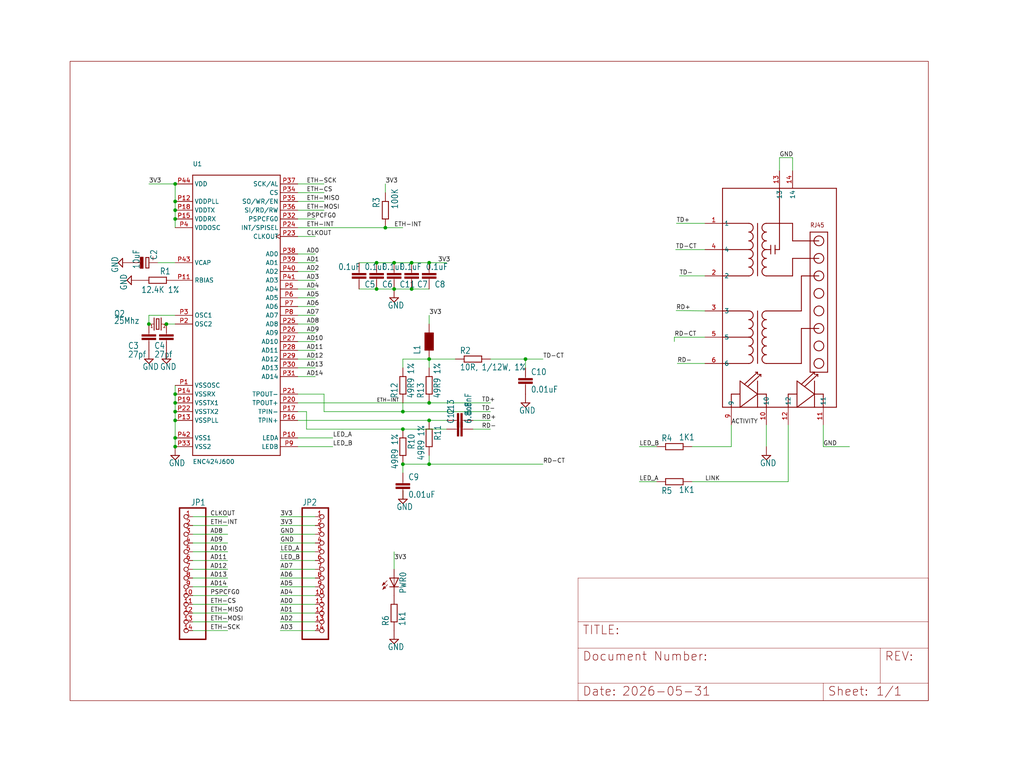
<source format=kicad_sch>
(kicad_sch (version 20230121) (generator eeschema)
  (paper "User" 297.002 223.571)
  (lib_symbols
    (symbol "working-eagle-import:C-EUC0603"
      (property "Reference" "C" (at 1.524 0.381 0))
      (symbol "C-EUC0603_1_0"
        (rectangle (start -2.032 -2.032) (end 2.032 -1.524) (fill (type outline)))
        (rectangle (start -2.032 -1.016) (end 2.032 -0.508) (fill (type outline)))
        (polyline (pts (xy 0 -2.54) (xy 0 -2.032)) (stroke (width 0.1524)))
        (polyline (pts (xy 0 0) (xy 0 -0.508)) (stroke (width 0.1524)))
        (pin passive line (at 0 2.54 270) (length 2.54) (name "1") (number "1"))
        (pin passive line (at 0 -5.08 90) (length 2.54) (name "2") (number "2"))
      )
    )
    (symbol "working-eagle-import:CPOL-EUSMCA"
      (property "Reference" "C" (at 1.143 0.4826 0))
      (symbol "CPOL-EUSMCA_1_0"
        (rectangle (start -1.651 -2.54) (end 1.651 -1.651) (fill (type outline)))
        (polyline (pts (xy -1.524 -0.889) (xy 1.524 -0.889)) (stroke (width 0.254)))
        (polyline (pts (xy -1.524 0) (xy -1.524 -0.889)) (stroke (width 0.254)))
        (polyline (pts (xy -1.524 0) (xy 1.524 0)) (stroke (width 0.254)))
        (polyline (pts (xy 1.524 -0.889) (xy 1.524 0)) (stroke (width 0.254)))
        (text "+" (at -0.5842 0.4064 900) (effects (font (size 1.27 1.0795)) (justify left bottom)))
        (pin passive line (at 0 2.54 270) (length 2.54) (name "+") (number "+"))
        (pin passive line (at 0 -5.08 90) (length 2.54) (name "-") (number "-"))
      )
    )
    (symbol "working-eagle-import:CRYSTALHC49UP"
      (property "Reference" "Q" (at 2.54 1.016 0))
      (symbol "CRYSTALHC49UP_1_0"
        (polyline (pts (xy -2.54 0) (xy -1.016 0)) (stroke (width 0.1524)))
        (polyline (pts (xy -1.016 1.778) (xy -1.016 -1.778)) (stroke (width 0.254)))
        (polyline (pts (xy -0.381 -1.524) (xy 0.381 -1.524)) (stroke (width 0.254)))
        (polyline (pts (xy -0.381 1.524) (xy -0.381 -1.524)) (stroke (width 0.254)))
        (polyline (pts (xy 0.381 -1.524) (xy 0.381 1.524)) (stroke (width 0.254)))
        (polyline (pts (xy 0.381 1.524) (xy -0.381 1.524)) (stroke (width 0.254)))
        (polyline (pts (xy 1.016 0) (xy 2.54 0)) (stroke (width 0.1524)))
        (polyline (pts (xy 1.016 1.778) (xy 1.016 -1.778)) (stroke (width 0.254)))
        (text "1" (at -2.159 -1.143 0) (effects (font (size 0.8636 0.734)) (justify left bottom)))
        (text "2" (at 1.524 -1.143 0) (effects (font (size 0.8636 0.734)) (justify left bottom)))
        (pin passive line (at -2.54 0 0) (length 0) (name "1") (number "1"))
        (pin passive line (at 2.54 0 180) (length 0) (name "2") (number "2"))
      )
    )
    (symbol "working-eagle-import:ENC424J600"
      (property "Reference" "U" (at -12.7 45.72 0))
      (symbol "ENC424J600_1_0"
        (polyline (pts (xy -12.7 -38.1) (xy -12.7 43.18)) (stroke (width 0.254)))
        (polyline (pts (xy -12.7 43.18) (xy 12.7 43.18)) (stroke (width 0.254)))
        (polyline (pts (xy 12.7 -38.1) (xy -12.7 -38.1)) (stroke (width 0.254)))
        (polyline (pts (xy 12.7 43.18) (xy 12.7 -38.1)) (stroke (width 0.254)))
        (pin input line (at -17.78 -17.78 0) (length 5.08) (name "VSSOSC") (number "P1"))
        (pin output line (at 17.78 -33.02 180) (length 5.08) (name "LEDA") (number "P10"))
        (pin input line (at -17.78 12.7 0) (length 5.08) (name "RBIAS") (number "P11"))
        (pin input line (at -17.78 35.56 0) (length 5.08) (name "VDDPLL") (number "P12"))
        (pin input line (at -17.78 -27.94 0) (length 5.08) (name "VSSPLL") (number "P13"))
        (pin input line (at -17.78 -20.32 0) (length 5.08) (name "VSSRX") (number "P14"))
        (pin input line (at -17.78 30.48 0) (length 5.08) (name "VDDRX") (number "P15"))
        (pin input line (at 17.78 -27.94 180) (length 5.08) (name "TPIN+") (number "P16"))
        (pin input line (at 17.78 -25.4 180) (length 5.08) (name "TPIN-") (number "P17"))
        (pin input line (at -17.78 33.02 0) (length 5.08) (name "VDDTX") (number "P18"))
        (pin input line (at -17.78 -22.86 0) (length 5.08) (name "VSSTX1") (number "P19"))
        (pin output line (at -17.78 0 0) (length 5.08) (name "OSC2") (number "P2"))
        (pin output line (at 17.78 -22.86 180) (length 5.08) (name "TPOUT+") (number "P20"))
        (pin output line (at 17.78 -20.32 180) (length 5.08) (name "TPOUT-") (number "P21"))
        (pin input line (at -17.78 -25.4 0) (length 5.08) (name "VSSTX2") (number "P22"))
        (pin output clock (at 17.78 25.4 180) (length 5.08) (name "CLKOUT") (number "P23"))
        (pin bidirectional line (at 17.78 27.94 180) (length 5.08) (name "INT/SPISEL") (number "P24"))
        (pin bidirectional line (at 17.78 0 180) (length 5.08) (name "AD8") (number "P25"))
        (pin bidirectional line (at 17.78 -2.54 180) (length 5.08) (name "AD9") (number "P26"))
        (pin bidirectional line (at 17.78 -5.08 180) (length 5.08) (name "AD10") (number "P27"))
        (pin bidirectional line (at 17.78 -7.62 180) (length 5.08) (name "AD11") (number "P28"))
        (pin bidirectional line (at 17.78 -10.16 180) (length 5.08) (name "AD12") (number "P29"))
        (pin input line (at -17.78 2.54 0) (length 5.08) (name "OSC1") (number "P3"))
        (pin bidirectional line (at 17.78 -12.7 180) (length 5.08) (name "AD13") (number "P30"))
        (pin bidirectional line (at 17.78 -15.24 180) (length 5.08) (name "AD14") (number "P31"))
        (pin input line (at 17.78 30.48 180) (length 5.08) (name "PSPCFG0") (number "P32"))
        (pin input line (at -17.78 -35.56 0) (length 5.08) (name "VSS2") (number "P33"))
        (pin input line (at 17.78 38.1 180) (length 5.08) (name "CS") (number "P34"))
        (pin bidirectional line (at 17.78 35.56 180) (length 5.08) (name "SO/WR/EN") (number "P35"))
        (pin input line (at 17.78 33.02 180) (length 5.08) (name "SI/RD/RW") (number "P36"))
        (pin input line (at 17.78 40.64 180) (length 5.08) (name "SCK/AL") (number "P37"))
        (pin bidirectional line (at 17.78 20.32 180) (length 5.08) (name "AD0") (number "P38"))
        (pin input line (at 17.78 17.78 180) (length 5.08) (name "AD1") (number "P39"))
        (pin input line (at -17.78 27.94 0) (length 5.08) (name "VDDOSC") (number "P4"))
        (pin bidirectional line (at 17.78 15.24 180) (length 5.08) (name "AD2") (number "P40"))
        (pin bidirectional line (at 17.78 12.7 180) (length 5.08) (name "AD3") (number "P41"))
        (pin input line (at -17.78 -33.02 0) (length 5.08) (name "VSS1") (number "P42"))
        (pin input line (at -17.78 17.78 0) (length 5.08) (name "VCAP") (number "P43"))
        (pin input line (at -17.78 40.64 0) (length 5.08) (name "VDD") (number "P44"))
        (pin bidirectional line (at 17.78 10.16 180) (length 5.08) (name "AD4") (number "P5"))
        (pin bidirectional line (at 17.78 7.62 180) (length 5.08) (name "AD5") (number "P6"))
        (pin bidirectional line (at 17.78 5.08 180) (length 5.08) (name "AD6") (number "P7"))
        (pin bidirectional line (at 17.78 2.54 180) (length 5.08) (name "AD7") (number "P8"))
        (pin output line (at 17.78 -35.56 180) (length 5.08) (name "LEDB") (number "P9"))
      )
    )
    (symbol "working-eagle-import:GND" (power)
      (property "Value" "GND" (at -1.905 -3.175 0))
      (symbol "GND_1_0"
        (polyline (pts (xy -1.27 0) (xy 1.27 0)) (stroke (width 0.254)))
        (polyline (pts (xy 0 -1.27) (xy -1.27 0)) (stroke (width 0.254)))
        (polyline (pts (xy 1.27 0) (xy 0 -1.27)) (stroke (width 0.254)))
        (pin power_in line (at 0 2.54 270) (length 2.54) (name "GND") (number "1"))
      )
    )
    (symbol "working-eagle-import:HR911105A"
      (symbol "HR911105A_1_0"
        (arc (start -10.16 -17.78) (mid -8.8955 -16.51) (end -10.16 -15.24) (stroke (width 0.254)))
        (arc (start -10.16 -15.24) (mid -8.8955 -13.97) (end -10.16 -12.7) (stroke (width 0.254)))
        (arc (start -10.16 -12.7) (mid -8.8955 -11.43) (end -10.16 -10.16) (stroke (width 0.254)))
        (arc (start -10.16 -10.16) (mid -8.8955 -8.89) (end -10.16 -7.62) (stroke (width 0.254)))
        (arc (start -10.16 -7.62) (mid -8.8955 -6.35) (end -10.16 -5.08) (stroke (width 0.254)))
        (arc (start -10.16 -5.08) (mid -8.8955 -3.81) (end -10.16 -2.54) (stroke (width 0.254)))
        (arc (start -10.16 7.62) (mid -8.8955 8.89) (end -10.16 10.16) (stroke (width 0.254)))
        (arc (start -10.16 10.16) (mid -8.8955 11.43) (end -10.16 12.7) (stroke (width 0.254)))
        (arc (start -10.16 12.7) (mid -8.8955 13.97) (end -10.16 15.24) (stroke (width 0.254)))
        (arc (start -10.16 15.24) (mid -8.8955 16.51) (end -10.16 17.78) (stroke (width 0.254)))
        (arc (start -10.16 17.78) (mid -8.8955 19.05) (end -10.16 20.32) (stroke (width 0.254)))
        (arc (start -10.16 20.32) (mid -8.8955 21.59) (end -10.16 22.86) (stroke (width 0.254)))
        (arc (start -5.08 -15.24) (mid -6.3445 -16.51) (end -5.08 -17.78) (stroke (width 0.254)))
        (arc (start -5.08 -12.7) (mid -6.3445 -13.97) (end -5.08 -15.24) (stroke (width 0.254)))
        (arc (start -5.08 -10.16) (mid -6.3445 -11.43) (end -5.08 -12.7) (stroke (width 0.254)))
        (arc (start -5.08 -7.62) (mid -6.3445 -8.89) (end -5.08 -10.16) (stroke (width 0.254)))
        (arc (start -5.08 -5.08) (mid -6.3445 -6.35) (end -5.08 -7.62) (stroke (width 0.254)))
        (arc (start -5.08 -2.54) (mid -6.3445 -3.81) (end -5.08 -5.08) (stroke (width 0.254)))
        (arc (start -5.08 10.16) (mid -6.3445 8.89) (end -5.08 7.62) (stroke (width 0.254)))
        (arc (start -5.08 12.7) (mid -6.3445 11.43) (end -5.08 10.16) (stroke (width 0.254)))
        (arc (start -5.08 15.24) (mid -6.3445 13.97) (end -5.08 12.7) (stroke (width 0.254)))
        (arc (start -5.08 17.78) (mid -6.3445 16.51) (end -5.08 15.24) (stroke (width 0.254)))
        (arc (start -5.08 20.32) (mid -6.3445 19.05) (end -5.08 17.78) (stroke (width 0.254)))
        (arc (start -5.08 22.86) (mid -6.3445 21.59) (end -5.08 20.32) (stroke (width 0.254)))
        (polyline (pts (xy -17.78 -30.48) (xy -17.78 33.02)) (stroke (width 0.254)))
        (polyline (pts (xy -17.78 -17.78) (xy -10.16 -17.78)) (stroke (width 0.254)))
        (polyline (pts (xy -17.78 7.62) (xy -10.16 7.62)) (stroke (width 0.254)))
        (polyline (pts (xy -17.78 15.24) (xy -10.16 15.24)) (stroke (width 0.254)))
        (polyline (pts (xy -17.78 33.02) (xy -1.27 33.02)) (stroke (width 0.254)))
        (polyline (pts (xy -15.24 -30.48) (xy -17.78 -30.48)) (stroke (width 0.254)))
        (polyline (pts (xy -15.24 -26.67) (xy -15.24 -30.48)) (stroke (width 0.254)))
        (polyline (pts (xy -12.7 -30.48) (xy -15.24 -30.48)) (stroke (width 0.254)))
        (polyline (pts (xy -12.7 -30.48) (xy -7.62 -26.67)) (stroke (width 0.254)))
        (polyline (pts (xy -12.7 -26.67) (xy -15.24 -26.67)) (stroke (width 0.254)))
        (polyline (pts (xy -12.7 -26.67) (xy -12.7 -30.48)) (stroke (width 0.254)))
        (polyline (pts (xy -12.7 -22.86) (xy -12.7 -26.67)) (stroke (width 0.254)))
        (polyline (pts (xy -11.43 -23.8125) (xy -12.7 -22.86)) (stroke (width 0.254)))
        (polyline (pts (xy -11.43 -23.8125) (xy -7.62 -20.32)) (stroke (width 0.254)))
        (polyline (pts (xy -10.4775 -24.4475) (xy -6.6675 -20.955)) (stroke (width 0.254)))
        (polyline (pts (xy -10.16 -10.16) (xy -17.78 -10.16)) (stroke (width 0.254)))
        (polyline (pts (xy -10.16 -2.54) (xy -17.78 -2.54)) (stroke (width 0.254)))
        (polyline (pts (xy -10.16 22.86) (xy -17.78 22.86)) (stroke (width 0.254)))
        (polyline (pts (xy -7.62 -30.48) (xy -12.7 -30.48)) (stroke (width 0.254)))
        (polyline (pts (xy -7.62 -26.67) (xy -11.43 -23.8125)) (stroke (width 0.254)))
        (polyline (pts (xy -7.62 -26.67) (xy -7.62 -30.48)) (stroke (width 0.254)))
        (polyline (pts (xy -7.62 -26.67) (xy -5.08 -26.67)) (stroke (width 0.254)))
        (polyline (pts (xy -7.62 -22.86) (xy -7.62 -26.67)) (stroke (width 0.254)))
        (polyline (pts (xy -7.62 -20.32) (xy -8.255 -20.32)) (stroke (width 0.254)))
        (polyline (pts (xy -7.62 -20.32) (xy -7.62 -20.955)) (stroke (width 0.254)))
        (polyline (pts (xy -7.62 -2.54) (xy -7.62 -17.78)) (stroke (width 0.254)))
        (polyline (pts (xy -7.62 22.86) (xy -7.62 7.62)) (stroke (width 0.254)))
        (polyline (pts (xy -6.6675 -20.955) (xy -7.3025 -20.955)) (stroke (width 0.254)))
        (polyline (pts (xy -6.6675 -20.955) (xy -6.6675 -21.59)) (stroke (width 0.254)))
        (polyline (pts (xy -5.08 -30.48) (xy -7.62 -30.48)) (stroke (width 0.254)))
        (polyline (pts (xy -5.08 -26.67) (xy -5.08 -30.48)) (stroke (width 0.254)))
        (polyline (pts (xy -5.08 -17.78) (xy 5.08 -17.78)) (stroke (width 0.254)))
        (polyline (pts (xy -5.08 7.62) (xy 2.54 7.62)) (stroke (width 0.254)))
        (polyline (pts (xy -5.08 15.24) (xy -3.81 15.24)) (stroke (width 0.254)))
        (polyline (pts (xy -3.81 15.24) (xy -3.81 13.97)) (stroke (width 0.254)))
        (polyline (pts (xy -3.81 16.51) (xy -3.81 15.24)) (stroke (width 0.254)))
        (polyline (pts (xy -2.54 15.24) (xy -2.54 13.97)) (stroke (width 0.254)))
        (polyline (pts (xy -2.54 15.24) (xy -1.27 15.24)) (stroke (width 0.254)))
        (polyline (pts (xy -2.54 16.51) (xy -2.54 15.24)) (stroke (width 0.254)))
        (polyline (pts (xy -1.27 15.24) (xy -1.27 33.02)) (stroke (width 0.254)))
        (polyline (pts (xy -1.27 33.02) (xy 15.24 33.02)) (stroke (width 0.254)))
        (polyline (pts (xy 1.27 -26.67) (xy 1.27 -30.48)) (stroke (width 0.254)))
        (polyline (pts (xy 2.54 7.62) (xy 2.54 12.7)) (stroke (width 0.254)))
        (polyline (pts (xy 2.54 12.7) (xy 10.16 12.7)) (stroke (width 0.254)))
        (polyline (pts (xy 2.54 17.78) (xy 2.54 22.86)) (stroke (width 0.254)))
        (polyline (pts (xy 2.54 22.86) (xy -5.08 22.86)) (stroke (width 0.254)))
        (polyline (pts (xy 3.81 -30.48) (xy 8.89 -26.67)) (stroke (width 0.254)))
        (polyline (pts (xy 3.81 -26.67) (xy 1.27 -26.67)) (stroke (width 0.254)))
        (polyline (pts (xy 3.81 -26.67) (xy 3.81 -30.48)) (stroke (width 0.254)))
        (polyline (pts (xy 3.81 -22.86) (xy 3.81 -26.67)) (stroke (width 0.254)))
        (polyline (pts (xy 5.08 -23.8125) (xy 3.81 -22.86)) (stroke (width 0.254)))
        (polyline (pts (xy 5.08 -23.8125) (xy 8.89 -20.32)) (stroke (width 0.254)))
        (polyline (pts (xy 5.08 -7.62) (xy 5.08 -17.78)) (stroke (width 0.254)))
        (polyline (pts (xy 5.08 -2.54) (xy -5.08 -2.54)) (stroke (width 0.254)))
        (polyline (pts (xy 5.08 7.62) (xy 5.08 -2.54)) (stroke (width 0.254)))
        (polyline (pts (xy 6.0325 -24.4475) (xy 9.8425 -20.955)) (stroke (width 0.254)))
        (polyline (pts (xy 7.62 -20.32) (xy 7.62 20.32)) (stroke (width 0.254)))
        (polyline (pts (xy 7.62 20.32) (xy 12.7 20.32)) (stroke (width 0.254)))
        (polyline (pts (xy 8.89 -26.67) (xy 5.08 -23.8125)) (stroke (width 0.254)))
        (polyline (pts (xy 8.89 -26.67) (xy 8.89 -30.48)) (stroke (width 0.254)))
        (polyline (pts (xy 8.89 -26.67) (xy 11.43 -26.67)) (stroke (width 0.254)))
        (polyline (pts (xy 8.89 -22.86) (xy 8.89 -26.67)) (stroke (width 0.254)))
        (polyline (pts (xy 8.89 -20.32) (xy 8.255 -20.32)) (stroke (width 0.254)))
        (polyline (pts (xy 8.89 -20.32) (xy 8.89 -20.955)) (stroke (width 0.254)))
        (polyline (pts (xy 9.8425 -20.955) (xy 9.2075 -20.955)) (stroke (width 0.254)))
        (polyline (pts (xy 9.8425 -20.955) (xy 9.8425 -21.59)) (stroke (width 0.254)))
        (polyline (pts (xy 10.16 -7.62) (xy 5.08 -7.62)) (stroke (width 0.254)))
        (polyline (pts (xy 10.16 7.62) (xy 5.08 7.62)) (stroke (width 0.254)))
        (polyline (pts (xy 10.16 17.78) (xy 2.54 17.78)) (stroke (width 0.254)))
        (polyline (pts (xy 11.43 -26.67) (xy 11.43 -30.48)) (stroke (width 0.254)))
        (polyline (pts (xy 12.7 -20.32) (xy 7.62 -20.32)) (stroke (width 0.254)))
        (polyline (pts (xy 12.7 20.32) (xy 12.7 -20.32)) (stroke (width 0.254)))
        (polyline (pts (xy 15.24 -30.48) (xy -5.08 -30.48)) (stroke (width 0.254)))
        (polyline (pts (xy 15.24 33.02) (xy 15.24 -30.48)) (stroke (width 0.254)))
        (circle (center 10.16 -17.78) (radius 1.4199) (stroke (width 0.254)))
        (circle (center 10.16 -12.7) (radius 1.4199) (stroke (width 0.254)))
        (circle (center 10.16 -7.62) (radius 1.4199) (stroke (width 0.254)))
        (circle (center 10.16 -2.54) (radius 1.4199) (stroke (width 0.254)))
        (circle (center 10.16 2.54) (radius 1.4199) (stroke (width 0.254)))
        (circle (center 10.16 7.62) (radius 1.4199) (stroke (width 0.254)))
        (circle (center 10.16 12.7) (radius 1.4199) (stroke (width 0.254)))
        (circle (center 10.16 17.78) (radius 1.4199) (stroke (width 0.254)))
        (text "RJ45" (at 7.62 21.59 0) (effects (font (size 1.27 1.0795)) (justify left bottom)))
        (pin bidirectional line (at -22.86 22.86 0) (length 5.08) (name "1") (number "1"))
        (pin bidirectional line (at -5.08 -35.56 90) (length 5.08) (name "10") (number "10"))
        (pin bidirectional line (at 11.43 -35.56 90) (length 5.08) (name "11") (number "11"))
        (pin bidirectional line (at 1.27 -35.56 90) (length 5.08) (name "12") (number "12"))
        (pin bidirectional line (at -1.27 38.1 270) (length 5.08) (name "13") (number "13"))
        (pin bidirectional line (at 2.54 38.1 270) (length 5.08) (name "14") (number "14"))
        (pin bidirectional line (at -22.86 7.62 0) (length 5.08) (name "2") (number "2"))
        (pin bidirectional line (at -22.86 -2.54 0) (length 5.08) (name "3") (number "3"))
        (pin bidirectional line (at -22.86 15.24 0) (length 5.08) (name "4") (number "4"))
        (pin bidirectional line (at -22.86 -10.16 0) (length 5.08) (name "5") (number "5"))
        (pin bidirectional line (at -22.86 -17.78 0) (length 5.08) (name "6") (number "6"))
        (pin bidirectional line (at -15.24 -35.56 90) (length 5.08) (name "9") (number "9"))
      )
    )
    (symbol "working-eagle-import:LED805"
      (property "Reference" "LED" (at 3.556 -4.572 90))
      (symbol "LED805_1_0"
        (polyline (pts (xy -2.032 -0.762) (xy -3.429 -2.159)) (stroke (width 0.1524)))
        (polyline (pts (xy -1.905 -1.905) (xy -3.302 -3.302)) (stroke (width 0.1524)))
        (polyline (pts (xy 0 -2.54) (xy -1.27 -2.54)) (stroke (width 0.254)))
        (polyline (pts (xy 0 -2.54) (xy -1.27 0)) (stroke (width 0.254)))
        (polyline (pts (xy 0 0) (xy -1.27 0)) (stroke (width 0.254)))
        (polyline (pts (xy 0 0) (xy 0 -2.54)) (stroke (width 0.1524)))
        (polyline (pts (xy 1.27 -2.54) (xy 0 -2.54)) (stroke (width 0.254)))
        (polyline (pts (xy 1.27 0) (xy 0 -2.54)) (stroke (width 0.254)))
        (polyline (pts (xy 1.27 0) (xy 0 0)) (stroke (width 0.254)))
        (polyline (pts (xy -3.429 -2.159) (xy -3.048 -1.27) (xy -2.54 -1.778)) (stroke (width 0.1524)) (fill (type outline)))
        (polyline (pts (xy -3.302 -3.302) (xy -2.921 -2.413) (xy -2.413 -2.921)) (stroke (width 0.1524)) (fill (type outline)))
        (pin passive line (at 0 2.54 270) (length 2.54) (name "A") (number "A"))
        (pin passive line (at 0 -5.08 90) (length 2.54) (name "C") (number "C"))
      )
    )
    (symbol "working-eagle-import:LETTER_L"
      (symbol "LETTER_L_1_0"
        (polyline (pts (xy 0 0) (xy 248.92 0) (xy 248.92 185.42) (xy 0 185.42) (xy 0 0)))
      )
      (symbol "LETTER_L_2_0"
        (polyline (pts (xy 0 0) (xy 0 5.08)) (stroke (width 0.1016)))
        (polyline (pts (xy 0 0) (xy 71.12 0)) (stroke (width 0.1016)))
        (polyline (pts (xy 0 5.08) (xy 0 15.24)) (stroke (width 0.1016)))
        (polyline (pts (xy 0 5.08) (xy 71.12 5.08)) (stroke (width 0.1016)))
        (polyline (pts (xy 0 15.24) (xy 0 22.86)) (stroke (width 0.1016)))
        (polyline (pts (xy 0 22.86) (xy 0 35.56)) (stroke (width 0.1016)))
        (polyline (pts (xy 0 22.86) (xy 101.6 22.86)) (stroke (width 0.1016)))
        (polyline (pts (xy 71.12 0) (xy 101.6 0)) (stroke (width 0.1016)))
        (polyline (pts (xy 71.12 5.08) (xy 71.12 0)) (stroke (width 0.1016)))
        (polyline (pts (xy 71.12 5.08) (xy 87.63 5.08)) (stroke (width 0.1016)))
        (polyline (pts (xy 87.63 5.08) (xy 101.6 5.08)) (stroke (width 0.1016)))
        (polyline (pts (xy 87.63 15.24) (xy 0 15.24)) (stroke (width 0.1016)))
        (polyline (pts (xy 87.63 15.24) (xy 87.63 5.08)) (stroke (width 0.1016)))
        (polyline (pts (xy 101.6 5.08) (xy 101.6 0)) (stroke (width 0.1016)))
        (polyline (pts (xy 101.6 15.24) (xy 87.63 15.24)) (stroke (width 0.1016)))
        (polyline (pts (xy 101.6 15.24) (xy 101.6 5.08)) (stroke (width 0.1016)))
        (polyline (pts (xy 101.6 22.86) (xy 101.6 15.24)) (stroke (width 0.1016)))
        (polyline (pts (xy 101.6 35.56) (xy 0 35.56)) (stroke (width 0.1016)))
        (polyline (pts (xy 101.6 35.56) (xy 101.6 22.86)) (stroke (width 0.1016)))
        (text "${#}/${##}" (at 86.36 1.27 0) (effects (font (size 2.54 2.54)) (justify left bottom)))
        (text "${CURRENT_DATE}" (at 12.7 1.27 0) (effects (font (size 2.54 2.54)) (justify left bottom)))
        (text "${PROJECTNAME}" (at 17.78 19.05 0) (effects (font (size 2.54 2.54)) (justify left bottom)))
        (text "Date:" (at 1.27 1.27 0) (effects (font (size 2.54 2.54)) (justify left bottom)))
        (text "Document Number:" (at 1.27 11.43 0) (effects (font (size 2.54 2.54)) (justify left bottom)))
        (text "REV:" (at 88.9 11.43 0) (effects (font (size 2.54 2.54)) (justify left bottom)))
        (text "Sheet:" (at 72.39 1.27 0) (effects (font (size 2.54 2.54)) (justify left bottom)))
        (text "TITLE:" (at 1.27 19.05 0) (effects (font (size 2.54 2.54)) (justify left bottom)))
      )
    )
    (symbol "working-eagle-import:PINHD-1X14"
      (property "Reference" "JP" (at -6.35 18.415 0))
      (symbol "PINHD-1X14_1_0"
        (polyline (pts (xy -6.35 -20.32) (xy 1.27 -20.32)) (stroke (width 0.4064)))
        (polyline (pts (xy -6.35 17.78) (xy -6.35 -20.32)) (stroke (width 0.4064)))
        (polyline (pts (xy 1.27 -20.32) (xy 1.27 17.78)) (stroke (width 0.4064)))
        (polyline (pts (xy 1.27 17.78) (xy -6.35 17.78)) (stroke (width 0.4064)))
        (pin passive inverted (at -2.54 15.24 0) (length 2.54) (name "1") (number "1"))
        (pin passive inverted (at -2.54 -7.62 0) (length 2.54) (name "10") (number "10"))
        (pin passive inverted (at -2.54 -10.16 0) (length 2.54) (name "11") (number "11"))
        (pin passive inverted (at -2.54 -12.7 0) (length 2.54) (name "12") (number "12"))
        (pin passive inverted (at -2.54 -15.24 0) (length 2.54) (name "13") (number "13"))
        (pin passive inverted (at -2.54 -17.78 0) (length 2.54) (name "14") (number "14"))
        (pin passive inverted (at -2.54 12.7 0) (length 2.54) (name "2") (number "2"))
        (pin passive inverted (at -2.54 10.16 0) (length 2.54) (name "3") (number "3"))
        (pin passive inverted (at -2.54 7.62 0) (length 2.54) (name "4") (number "4"))
        (pin passive inverted (at -2.54 5.08 0) (length 2.54) (name "5") (number "5"))
        (pin passive inverted (at -2.54 2.54 0) (length 2.54) (name "6") (number "6"))
        (pin passive inverted (at -2.54 0 0) (length 2.54) (name "7") (number "7"))
        (pin passive inverted (at -2.54 -2.54 0) (length 2.54) (name "8") (number "8"))
        (pin passive inverted (at -2.54 -5.08 0) (length 2.54) (name "9") (number "9"))
      )
    )
    (symbol "working-eagle-import:R-EU_R0603"
      (property "Reference" "R" (at -3.81 1.4986 0))
      (symbol "R-EU_R0603_1_0"
        (polyline (pts (xy -2.54 -0.889) (xy -2.54 0.889)) (stroke (width 0.254)))
        (polyline (pts (xy -2.54 -0.889) (xy 2.54 -0.889)) (stroke (width 0.254)))
        (polyline (pts (xy 2.54 -0.889) (xy 2.54 0.889)) (stroke (width 0.254)))
        (polyline (pts (xy 2.54 0.889) (xy -2.54 0.889)) (stroke (width 0.254)))
        (pin passive line (at -5.08 0 0) (length 2.54) (name "1") (number "1"))
        (pin passive line (at 5.08 0 180) (length 2.54) (name "2") (number "2"))
      )
    )
    (symbol "working-eagle-import:WE-KIL_0805"
      (property "Reference" "L" (at -3.81 2.54 0))
      (symbol "WE-KIL_0805_1_0"
        (rectangle (start 2.54 -1.27) (end -2.54 1.27) (fill (type outline)))
        (pin passive line (at 5.08 0 180) (length 2.54) (name "2") (number "1"))
        (pin passive line (at -5.08 0 0) (length 2.54) (name "1") (number "2"))
      )
    )
  )
  (junction (at 119.38 76.2))
  (junction (at 50.8 53.34))
  (junction (at 124.46 76.2))
  (junction (at 50.8 63.5))
  (junction (at 50.8 121.92))
  (junction (at 119.38 83.82))
  (junction (at 43.18 93.98))
  (junction (at 152.4 104.14))
  (junction (at 124.46 121.92))
  (junction (at 116.84 134.62))
  (junction (at 50.8 127))
  (junction (at 50.8 129.54))
  (junction (at 114.3 76.2))
  (junction (at 109.22 76.2))
  (junction (at 114.3 83.82))
  (junction (at 111.76 66.04))
  (junction (at 116.84 119.38))
  (junction (at 124.46 116.84))
  (junction (at 124.46 134.62))
  (junction (at 50.8 114.3))
  (junction (at 116.84 124.46))
  (junction (at 50.8 116.84))
  (junction (at 124.46 104.14))
  (junction (at 50.8 60.96))
  (junction (at 109.22 83.82))
  (junction (at 50.8 119.38))
  (junction (at 50.8 58.42))
  (junction (at 48.26 93.98))
  (wire (pts (xy 228.6 123.19) (xy 228.6 139.7)) (stroke (width 0.1524)))
  (wire (pts (xy 238.76 129.54) (xy 238.76 123.19)) (stroke (width 0.1524)))
  (wire (pts (xy 55.88 160.02) (xy 66.04 160.02)) (stroke (width 0.1524)))
  (wire (pts (xy 91.44 149.86) (xy 81.28 149.86)) (stroke (width 0.1524)))
  (wire (pts (xy 50.8 116.84) (xy 50.8 119.38)) (stroke (width 0.1524)))
  (wire (pts (xy 91.44 172.72) (xy 81.28 172.72)) (stroke (width 0.1524)))
  (wire (pts (xy 119.38 83.82) (xy 124.46 83.82)) (stroke (width 0.1524)))
  (wire (pts (xy 86.36 101.6) (xy 91.44 101.6)) (stroke (width 0.1524)))
  (wire (pts (xy 86.36 91.44) (xy 91.44 91.44)) (stroke (width 0.1524)))
  (wire (pts (xy 86.36 104.14) (xy 91.44 104.14)) (stroke (width 0.1524)))
  (wire (pts (xy 91.44 157.48) (xy 81.28 157.48)) (stroke (width 0.1524)))
  (wire (pts (xy 228.6 139.7) (xy 200.66 139.7)) (stroke (width 0.1524)))
  (wire (pts (xy 45.72 76.2) (xy 50.8 76.2)) (stroke (width 0.1524)))
  (wire (pts (xy 204.47 64.77) (xy 196.1642 64.77)) (stroke (width 0.1524)))
  (wire (pts (xy 195.961 72.39) (xy 204.47 72.39)) (stroke (width 0.1524)))
  (wire (pts (xy 111.76 55.88) (xy 111.76 53.34)) (stroke (width 0.1524)))
  (wire (pts (xy 124.46 134.62) (xy 157.48 134.62)) (stroke (width 0.1524)))
  (wire (pts (xy 55.88 167.64) (xy 66.04 167.64)) (stroke (width 0.1524)))
  (wire (pts (xy 86.36 53.34) (xy 93.98 53.34)) (stroke (width 0.1524)))
  (wire (pts (xy 50.8 114.3) (xy 50.8 116.84)) (stroke (width 0.1524)))
  (wire (pts (xy 124.46 134.62) (xy 124.46 132.08)) (stroke (width 0.1524)))
  (wire (pts (xy 86.36 129.54) (xy 96.52 129.54)) (stroke (width 0.1524)))
  (wire (pts (xy 43.18 91.44) (xy 50.8 91.44)) (stroke (width 0.1524)))
  (wire (pts (xy 212.09 123.19) (xy 212.09 129.54)) (stroke (width 0.1524)))
  (wire (pts (xy 124.46 104.14) (xy 132.08 104.14)) (stroke (width 0.1524)))
  (wire (pts (xy 88.9 119.38) (xy 88.9 124.46)) (stroke (width 0.1524)))
  (wire (pts (xy 55.88 152.4) (xy 66.04 152.4)) (stroke (width 0.1524)))
  (wire (pts (xy 86.36 93.98) (xy 91.44 93.98)) (stroke (width 0.1524)))
  (wire (pts (xy 86.36 119.38) (xy 88.9 119.38)) (stroke (width 0.1524)))
  (wire (pts (xy 86.36 88.9) (xy 91.44 88.9)) (stroke (width 0.1524)))
  (wire (pts (xy 124.46 121.92) (xy 86.36 121.92)) (stroke (width 0.1524)))
  (wire (pts (xy 111.76 66.04) (xy 86.36 66.04)) (stroke (width 0.1524)))
  (wire (pts (xy 55.88 180.34) (xy 66.04 180.34)) (stroke (width 0.1524)))
  (wire (pts (xy 152.4 104.14) (xy 152.4 106.68)) (stroke (width 0.1524)))
  (wire (pts (xy 152.4 104.14) (xy 157.48 104.14)) (stroke (width 0.1524)))
  (wire (pts (xy 55.88 162.56) (xy 66.04 162.56)) (stroke (width 0.1524)))
  (wire (pts (xy 86.36 55.88) (xy 93.98 55.88)) (stroke (width 0.1524)))
  (wire (pts (xy 50.8 58.42) (xy 50.8 53.34)) (stroke (width 0.1524)))
  (wire (pts (xy 109.22 76.2) (xy 114.3 76.2)) (stroke (width 0.1524)))
  (wire (pts (xy 190.5 129.54) (xy 185.42 129.54)) (stroke (width 0.1524)))
  (wire (pts (xy 86.36 63.5) (xy 91.44 63.5)) (stroke (width 0.1524)))
  (wire (pts (xy 50.8 66.04) (xy 50.8 63.5)) (stroke (width 0.1524)))
  (wire (pts (xy 50.8 53.34) (xy 43.18 53.34)) (stroke (width 0.1524)))
  (wire (pts (xy 91.44 177.8) (xy 81.28 177.8)) (stroke (width 0.1524)))
  (wire (pts (xy 119.38 76.2) (xy 124.46 76.2)) (stroke (width 0.1524)))
  (wire (pts (xy 55.88 170.18) (xy 66.04 170.18)) (stroke (width 0.1524)))
  (wire (pts (xy 124.46 116.84) (xy 142.24 116.84)) (stroke (width 0.1524)))
  (wire (pts (xy 55.88 175.26) (xy 66.04 175.26)) (stroke (width 0.1524)))
  (wire (pts (xy 91.44 180.34) (xy 81.28 180.34)) (stroke (width 0.1524)))
  (wire (pts (xy 86.36 81.28) (xy 91.44 81.28)) (stroke (width 0.1524)))
  (wire (pts (xy 204.47 105.41) (xy 196.4182 105.41)) (stroke (width 0.1524)))
  (wire (pts (xy 124.46 121.92) (xy 129.54 121.92)) (stroke (width 0.1524)))
  (wire (pts (xy 86.36 78.74) (xy 91.44 78.74)) (stroke (width 0.1524)))
  (wire (pts (xy 226.06 49.53) (xy 226.06 45.72)) (stroke (width 0.1524)))
  (wire (pts (xy 124.46 106.68) (xy 124.46 104.14)) (stroke (width 0.1524)))
  (wire (pts (xy 116.84 134.62) (xy 116.84 137.16)) (stroke (width 0.1524)))
  (wire (pts (xy 86.36 96.52) (xy 91.44 96.52)) (stroke (width 0.1524)))
  (wire (pts (xy 86.36 68.58) (xy 91.44 68.58)) (stroke (width 0.1524)))
  (wire (pts (xy 116.84 116.84) (xy 116.84 119.38)) (stroke (width 0.1524)))
  (wire (pts (xy 55.88 165.1) (xy 66.04 165.1)) (stroke (width 0.1524)))
  (wire (pts (xy 91.44 152.4) (xy 81.28 152.4)) (stroke (width 0.1524)))
  (wire (pts (xy 86.36 83.82) (xy 91.44 83.82)) (stroke (width 0.1524)))
  (wire (pts (xy 222.25 123.19) (xy 222.25 129.54)) (stroke (width 0.1524)))
  (wire (pts (xy 91.44 170.18) (xy 81.28 170.18)) (stroke (width 0.1524)))
  (wire (pts (xy 86.36 99.06) (xy 91.44 99.06)) (stroke (width 0.1524)))
  (wire (pts (xy 190.5 139.7) (xy 185.42 139.7)) (stroke (width 0.1524)))
  (wire (pts (xy 50.8 63.5) (xy 50.8 60.96)) (stroke (width 0.1524)))
  (wire (pts (xy 109.22 83.82) (xy 114.3 83.82)) (stroke (width 0.1524)))
  (wire (pts (xy 86.36 60.96) (xy 93.98 60.96)) (stroke (width 0.1524)))
  (wire (pts (xy 142.24 119.38) (xy 116.84 119.38)) (stroke (width 0.1524)))
  (wire (pts (xy 91.44 167.64) (xy 81.28 167.64)) (stroke (width 0.1524)))
  (wire (pts (xy 91.44 175.26) (xy 81.28 175.26)) (stroke (width 0.1524)))
  (wire (pts (xy 86.36 58.42) (xy 93.98 58.42)) (stroke (width 0.1524)))
  (wire (pts (xy 93.98 114.3) (xy 93.98 119.38)) (stroke (width 0.1524)))
  (wire (pts (xy 137.16 124.46) (xy 142.24 124.46)) (stroke (width 0.1524)))
  (wire (pts (xy 204.47 90.17) (xy 196.088 90.0684)) (stroke (width 0.1524)))
  (wire (pts (xy 229.87 45.72) (xy 229.87 49.53)) (stroke (width 0.1524)))
  (wire (pts (xy 91.44 182.88) (xy 81.28 182.88)) (stroke (width 0.1524)))
  (wire (pts (xy 55.88 157.48) (xy 66.04 157.48)) (stroke (width 0.1524)))
  (wire (pts (xy 142.24 104.14) (xy 152.4 104.14)) (stroke (width 0.1524)))
  (wire (pts (xy 50.8 121.92) (xy 50.8 127)) (stroke (width 0.1524)))
  (wire (pts (xy 204.47 80.01) (xy 197.0278 80.01)) (stroke (width 0.1524)))
  (wire (pts (xy 50.8 127) (xy 50.8 129.54)) (stroke (width 0.1524)))
  (wire (pts (xy 91.44 162.56) (xy 81.28 162.56)) (stroke (width 0.1524)))
  (wire (pts (xy 86.36 86.36) (xy 91.44 86.36)) (stroke (width 0.1524)))
  (wire (pts (xy 104.14 83.82) (xy 109.22 83.82)) (stroke (width 0.1524)))
  (wire (pts (xy 91.44 165.1) (xy 81.28 165.1)) (stroke (width 0.1524)))
  (wire (pts (xy 226.06 45.72) (xy 229.87 45.72)) (stroke (width 0.1524)))
  (wire (pts (xy 86.36 116.84) (xy 124.46 116.84)) (stroke (width 0.1524)))
  (wire (pts (xy 116.84 106.68) (xy 116.84 104.14)) (stroke (width 0.1524)))
  (wire (pts (xy 111.76 66.04) (xy 116.84 66.04)) (stroke (width 0.1524)))
  (wire (pts (xy 86.36 114.3) (xy 93.98 114.3)) (stroke (width 0.1524)))
  (wire (pts (xy 93.98 119.38) (xy 116.84 119.38)) (stroke (width 0.1524)))
  (wire (pts (xy 55.88 154.94) (xy 66.04 154.94)) (stroke (width 0.1524)))
  (wire (pts (xy 104.14 76.2) (xy 109.22 76.2)) (stroke (width 0.1524)))
  (wire (pts (xy 91.44 154.94) (xy 81.28 154.94)) (stroke (width 0.1524)))
  (wire (pts (xy 86.36 76.2) (xy 91.44 76.2)) (stroke (width 0.1524)))
  (wire (pts (xy 55.88 172.72) (xy 66.04 172.72)) (stroke (width 0.1524)))
  (wire (pts (xy 43.18 93.98) (xy 43.18 91.44)) (stroke (width 0.1524)))
  (wire (pts (xy 124.46 104.14) (xy 116.84 104.14)) (stroke (width 0.1524)))
  (wire (pts (xy 55.88 182.88) (xy 66.04 182.88)) (stroke (width 0.1524)))
  (wire (pts (xy 204.47 97.79) (xy 195.58 97.79)) (stroke (width 0.1524)))
  (wire (pts (xy 86.36 109.22) (xy 91.44 109.22)) (stroke (width 0.1524)))
  (wire (pts (xy 50.8 60.96) (xy 50.8 58.42)) (stroke (width 0.1524)))
  (wire (pts (xy 86.36 127) (xy 96.52 127)) (stroke (width 0.1524)))
  (wire (pts (xy 137.16 121.92) (xy 142.24 121.92)) (stroke (width 0.1524)))
  (wire (pts (xy 195.58 97.79) (xy 195.58 99.06)) (stroke (width 0.1524)))
  (wire (pts (xy 114.3 76.2) (xy 119.38 76.2)) (stroke (width 0.1524)))
  (wire (pts (xy 114.3 83.82) (xy 119.38 83.82)) (stroke (width 0.1524)))
  (wire (pts (xy 50.8 119.38) (xy 50.8 121.92)) (stroke (width 0.1524)))
  (wire (pts (xy 238.76 129.54) (xy 246.38 129.54)) (stroke (width 0.1524)))
  (wire (pts (xy 116.84 144.78) (xy 116.84 142.24)) (stroke (width 0.1524)))
  (wire (pts (xy 86.36 73.66) (xy 91.44 73.66)) (stroke (width 0.1524)))
  (wire (pts (xy 86.36 106.68) (xy 91.44 106.68)) (stroke (width 0.1524)))
  (wire (pts (xy 55.88 177.8) (xy 66.04 177.8)) (stroke (width 0.1524)))
  (wire (pts (xy 114.3 165.1) (xy 114.3 160.02)) (stroke (width 0.1524)))
  (wire (pts (xy 124.46 76.2) (xy 129.54 76.2)) (stroke (width 0.1524)))
  (wire (pts (xy 50.8 111.76) (xy 50.8 114.3)) (stroke (width 0.1524)))
  (wire (pts (xy 212.09 129.54) (xy 200.66 129.54)) (stroke (width 0.1524)))
  (wire (pts (xy 55.88 149.86) (xy 66.04 149.86)) (stroke (width 0.1524)))
  (wire (pts (xy 129.54 124.46) (xy 116.84 124.46)) (stroke (width 0.1524)))
  (wire (pts (xy 124.46 93.98) (xy 124.46 91.44)) (stroke (width 0.1524)))
  (wire (pts (xy 88.9 124.46) (xy 116.84 124.46)) (stroke (width 0.1524)))
  (wire (pts (xy 116.84 134.62) (xy 124.46 134.62)) (stroke (width 0.1524)))
  (wire (pts (xy 91.44 160.02) (xy 81.28 160.02)) (stroke (width 0.1524)))
  (wire (pts (xy 48.26 93.98) (xy 50.8 93.98)) (stroke (width 0.1524)))
  (label "AD6" (at 81.28 167.64 0) (effects (font (size 1.2446 1.2446))))
  (label "TD-CT" (at 195.961 72.39 0) (effects (font (size 1.2446 1.2446))))
  (label "AD8" (at 88.9 93.98 0) (effects (font (size 1.2446 1.2446))))
  (label "GND" (at 238.76 129.54 0) (effects (font (size 1.2446 1.2446))))
  (label "ETH-INT" (at 88.9 66.04 0) (effects (font (size 1.2446 1.2446))))
  (label "AD2" (at 81.28 180.34 0) (effects (font (size 1.2446 1.2446))))
  (label "TD-" (at 197.0278 80.01 0) (effects (font (size 1.2446 1.2446))))
  (label "ETH-SCK" (at 88.9 53.34 0) (effects (font (size 1.2446 1.2446))))
  (label "LED_B" (at 185.42 129.54 0) (effects (font (size 1.2446 1.2446))))
  (label "LED_B" (at 81.28 162.56 0) (effects (font (size 1.2446 1.2446))))
  (label "AD13" (at 60.96 167.64 0) (effects (font (size 1.2446 1.2446))))
  (label "ETH-MOSI" (at 88.9 60.96 0) (effects (font (size 1.2446 1.2446))))
  (label "3V3" (at 127 76.2 0) (effects (font (size 1.2446 1.2446))))
  (label "CLKOUT" (at 88.9 68.58 0) (effects (font (size 1.2446 1.2446))))
  (label "AD0" (at 88.9 73.66 0) (effects (font (size 1.2446 1.2446))))
  (label "RD-" (at 196.4182 105.41 0) (effects (font (size 1.2446 1.2446))))
  (label "RD-CT" (at 157.48 134.62 0) (effects (font (size 1.2446 1.2446))))
  (label "TD-CT" (at 157.48 104.14 0) (effects (font (size 1.2446 1.2446))))
  (label "3V3" (at 111.76 53.34 0) (effects (font (size 1.2446 1.2446))))
  (label "AD10" (at 60.96 160.02 0) (effects (font (size 1.2446 1.2446))))
  (label "LINK" (at 204.47 139.7 0) (effects (font (size 1.2446 1.2446))))
  (label "ETH-MISO" (at 88.9 58.42 0) (effects (font (size 1.2446 1.2446))))
  (label "AD8" (at 60.96 154.94 0) (effects (font (size 1.2446 1.2446))))
  (label "AD1" (at 88.9 76.2 0) (effects (font (size 1.2446 1.2446))))
  (label "3V3" (at 81.28 152.4 0) (effects (font (size 1.2446 1.2446))))
  (label "AD3" (at 88.9 81.28 0) (effects (font (size 1.2446 1.2446))))
  (label "RD-" (at 139.7 124.46 0) (effects (font (size 1.2446 1.2446))))
  (label "LED_A" (at 185.42 139.7 0) (effects (font (size 1.2446 1.2446))))
  (label "GND" (at 81.28 157.48 0) (effects (font (size 1.2446 1.2446))))
  (label "AD2" (at 88.9 78.74 0) (effects (font (size 1.2446 1.2446))))
  (label "RD+" (at 139.7 121.92 0) (effects (font (size 1.2446 1.2446))))
  (label "AD14" (at 88.9 109.22 0) (effects (font (size 1.2446 1.2446))))
  (label "AD10" (at 88.9 99.06 0) (effects (font (size 1.2446 1.2446))))
  (label "AD11" (at 88.9 101.6 0) (effects (font (size 1.2446 1.2446))))
  (label "TD+" (at 139.7 116.84 0) (effects (font (size 1.2446 1.2446))))
  (label "AD6" (at 88.9 88.9 0) (effects (font (size 1.2446 1.2446))))
  (label "LED_B" (at 96.52 129.54 0) (effects (font (size 1.2446 1.2446))))
  (label "3V3" (at 81.28 149.86 0) (effects (font (size 1.2446 1.2446))))
  (label "AD9" (at 88.9 96.52 0) (effects (font (size 1.2446 1.2446))))
  (label "3V3" (at 43.18 53.34 0) (effects (font (size 1.2446 1.2446))))
  (label "RD+" (at 196.088 90.0684 0) (effects (font (size 1.2446 1.2446))))
  (label "AD12" (at 60.96 165.1 0) (effects (font (size 1.2446 1.2446))))
  (label "ETH-CS" (at 88.9 55.88 0) (effects (font (size 1.2446 1.2446))))
  (label "AD7" (at 81.28 165.1 0) (effects (font (size 1.2446 1.2446))))
  (label "ETH-SCK" (at 60.96 182.88 0) (effects (font (size 1.2446 1.2446))))
  (label "ETH-INT" (at 109.22 116.84 0) (effects (font (size 1.016 1.016))))
  (label "PSPCFG0" (at 60.96 172.72 0) (effects (font (size 1.2446 1.2446))))
  (label "TD-" (at 139.7 119.38 0) (effects (font (size 1.2446 1.2446))))
  (label "AD12" (at 88.9 104.14 0) (effects (font (size 1.2446 1.2446))))
  (label "ACTIVITY" (at 212.09 123.19 0) (effects (font (size 1.2446 1.2446))))
  (label "AD5" (at 81.28 170.18 0) (effects (font (size 1.2446 1.2446))))
  (label "AD5" (at 88.9 86.36 0) (effects (font (size 1.2446 1.2446))))
  (label "3V3" (at 114.3 162.56 0) (effects (font (size 1.2446 1.2446))))
  (label "AD1" (at 81.28 177.8 0) (effects (font (size 1.2446 1.2446))))
  (label "ETH-INT" (at 114.3 66.04 0) (effects (font (size 1.2446 1.2446))))
  (label "AD9" (at 60.96 157.48 0) (effects (font (size 1.2446 1.2446))))
  (label "TD+" (at 196.1642 64.77 0) (effects (font (size 1.2446 1.2446))))
  (label "GND" (at 226.06 45.72 0) (effects (font (size 1.2446 1.2446))))
  (label "CLKOUT" (at 60.96 149.86 0) (effects (font (size 1.2446 1.2446))))
  (label "AD3" (at 81.28 182.88 0) (effects (font (size 1.2446 1.2446))))
  (label "AD14" (at 60.96 170.18 0) (effects (font (size 1.2446 1.2446))))
  (label "RD-CT" (at 195.58 97.79 0) (effects (font (size 1.2446 1.2446))))
  (label "ETH-MOSI" (at 60.96 180.34 0) (effects (font (size 1.2446 1.2446))))
  (label "AD11" (at 60.96 162.56 0) (effects (font (size 1.2446 1.2446))))
  (label "ETH-CS" (at 60.96 175.26 0) (effects (font (size 1.2446 1.2446))))
  (label "AD4" (at 81.28 172.72 0) (effects (font (size 1.2446 1.2446))))
  (label "LED_A" (at 81.28 160.02 0) (effects (font (size 1.2446 1.2446))))
  (label "LED_A" (at 96.52 127 0) (effects (font (size 1.2446 1.2446))))
  (label "AD13" (at 88.9 106.68 0) (effects (font (size 1.2446 1.2446))))
  (label "ETH-INT" (at 60.96 152.4 0) (effects (font (size 1.2446 1.2446))))
  (label "3V3" (at 124.46 91.44 0) (effects (font (size 1.2446 1.2446))))
  (label "AD7" (at 88.9 91.44 0) (effects (font (size 1.2446 1.2446))))
  (label "GND" (at 81.28 154.94 0) (effects (font (size 1.2446 1.2446))))
  (label "AD4" (at 88.9 83.82 0) (effects (font (size 1.2446 1.2446))))
  (label "PSPCFG0" (at 88.9 63.5 0) (effects (font (size 1.2446 1.2446))))
  (label "AD0" (at 81.28 175.26 0) (effects (font (size 1.2446 1.2446))))
  (label "ETH-MISO" (at 60.96 177.8 0) (effects (font (size 1.2446 1.2446))))
  (symbol (lib_id "working-eagle-import:C-EUC0603") (at 152.4 109.22 0) (unit 1)
    (property "Reference" "C10" (at 153.924 108.839 0) (effects (font (size 1.778 1.5113)) (justify left bottom)))
    (property "Value" "0.01uF" (at 153.924 113.919 0) (effects (font (size 1.778 1.5113)) (justify left bottom)))
    (property "Footprint" "working:C0603" (effects hide))
  )
  (symbol (lib_id "working-eagle-import:C-EUC0603") (at 48.26 96.52 0) (unit 1)
    (property "Reference" "C4" (at 44.704 101.219 0) (effects (font (size 1.778 1.5113)) (justify left bottom)))
    (property "Value" "27pf" (at 44.704 103.759 0) (effects (font (size 1.778 1.5113)) (justify left bottom)))
    (property "Footprint" "working:C0603" (effects hide))
  )
  (symbol (lib_id "working-eagle-import:GND") (at 48.26 104.14 0) (unit 1)
    (property "Reference" "#V10" (effects hide))
    (property "Value" "GND" (at 46.355 107.315 0) (effects (font (size 1.778 1.5113)) (justify left bottom)))
  )
  (symbol (lib_id "working-eagle-import:C-EUC0603") (at 132.08 124.46 90) (unit 1)
    (property "Reference" "C12" (at 131.699 122.936 0) (effects (font (size 1.778 1.5113)) (justify left bottom)))
    (property "Value" "6.8nF" (at 136.779 122.936 0) (effects (font (size 1.778 1.5113)) (justify left bottom)))
    (property "Footprint" "working:C0603" (effects hide))
  )
  (symbol (lib_id "working-eagle-import:R-EU_R0603") (at 116.84 111.76 90) (unit 1)
    (property "Reference" "R12" (at 115.3414 115.57 0) (effects (font (size 1.778 1.5113)) (justify left bottom)))
    (property "Value" "49R9 1%" (at 120.142 115.57 0) (effects (font (size 1.778 1.5113)) (justify left bottom)))
    (property "Footprint" "working:R0603" (effects hide))
  )
  (symbol (lib_id "working-eagle-import:R-EU_R0603") (at 116.84 129.54 270) (unit 1)
    (property "Reference" "R10" (at 118.3386 125.73 0) (effects (font (size 1.778 1.5113)) (justify left bottom)))
    (property "Value" "49R9 1%" (at 113.538 125.73 0) (effects (font (size 1.778 1.5113)) (justify left bottom)))
    (property "Footprint" "working:R0603" (effects hide))
  )
  (symbol (lib_id "working-eagle-import:GND") (at 114.3 86.36 0) (unit 1)
    (property "Reference" "#V11" (effects hide))
    (property "Value" "GND" (at 112.395 89.535 0) (effects (font (size 1.778 1.5113)) (justify left bottom)))
  )
  (symbol (lib_id "working-eagle-import:HR911105A") (at 227.33 87.63 0) (unit 1)
    (property "Reference" "J1" (effects hide))
    (property "Value" "HR911105A" (effects hide))
    (property "Footprint" "working:HR911105A" (effects hide))
  )
  (symbol (lib_id "working-eagle-import:R-EU_R0603") (at 137.16 104.14 0) (unit 1)
    (property "Reference" "R2" (at 133.35 102.6414 0) (effects (font (size 1.778 1.5113)) (justify left bottom)))
    (property "Value" "10R, 1/12W, 1%" (at 133.35 107.442 0) (effects (font (size 1.778 1.5113)) (justify left bottom)))
    (property "Footprint" "working:R0603" (effects hide))
  )
  (symbol (lib_id "working-eagle-import:C-EUC0603") (at 43.18 96.52 0) (unit 1)
    (property "Reference" "C3" (at 37.084 101.219 0) (effects (font (size 1.778 1.5113)) (justify left bottom)))
    (property "Value" "27pf" (at 37.084 103.759 0) (effects (font (size 1.778 1.5113)) (justify left bottom)))
    (property "Footprint" "working:C0603" (effects hide))
  )
  (symbol (lib_id "working-eagle-import:R-EU_R0603") (at 111.76 60.96 270) (unit 1)
    (property "Reference" "R3" (at 108.1786 57.15 0) (effects (font (size 1.778 1.5113)) (justify left bottom)))
    (property "Value" "100K" (at 113.538 54.61 0) (effects (font (size 1.778 1.5113)) (justify left bottom)))
    (property "Footprint" "working:R0603" (effects hide))
  )
  (symbol (lib_id "working-eagle-import:LETTER_L") (at 20.32 203.2 0) (unit 1)
    (property "Reference" "#FRAME1" (effects hide))
    (property "Value" "LETTER_L" (effects hide))
  )
  (symbol (lib_id "working-eagle-import:C-EUC0603") (at 124.46 78.74 0) (unit 1)
    (property "Reference" "C8" (at 125.984 83.439 0) (effects (font (size 1.778 1.5113)) (justify left bottom)))
    (property "Value" "0.1uF" (at 123.444 78.359 0) (effects (font (size 1.778 1.5113)) (justify left bottom)))
    (property "Footprint" "working:C0603" (effects hide))
  )
  (symbol (lib_id "working-eagle-import:GND") (at 116.84 144.78 0) (unit 1)
    (property "Reference" "#V7" (effects hide))
    (property "Value" "GND" (at 114.935 147.955 0) (effects (font (size 1.778 1.5113)) (justify left bottom)))
  )
  (symbol (lib_id "working-eagle-import:LETTER_L") (at 167.64 203.2 0) (unit 2)
    (property "Reference" "#FRAME1" (effects hide))
    (property "Value" "LETTER_L" (effects hide))
  )
  (symbol (lib_id "working-eagle-import:GND") (at 38.1 81.28 270) (unit 1)
    (property "Reference" "#V6" (effects hide))
    (property "Value" "GND" (at 34.925 79.375 0) (effects (font (size 1.778 1.5113)) (justify left bottom)))
  )
  (symbol (lib_id "working-eagle-import:C-EUC0603") (at 132.08 121.92 90) (unit 1)
    (property "Reference" "C13" (at 131.699 120.396 0) (effects (font (size 1.778 1.5113)) (justify left bottom)))
    (property "Value" "6.8nF" (at 136.779 120.396 0) (effects (font (size 1.778 1.5113)) (justify left bottom)))
    (property "Footprint" "working:C0603" (effects hide))
  )
  (symbol (lib_id "working-eagle-import:PINHD-1X14") (at 93.98 165.1 0) (unit 1)
    (property "Reference" "JP2" (at 87.63 146.685 0) (effects (font (size 1.778 1.5113)) (justify left bottom)))
    (property "Value" "PINHD-1X14" (effects hide))
    (property "Footprint" "working:1X14" (effects hide))
  )
  (symbol (lib_id "working-eagle-import:GND") (at 222.25 132.08 0) (unit 1)
    (property "Reference" "#V2" (effects hide))
    (property "Value" "GND" (at 220.345 135.255 0) (effects (font (size 1.778 1.5113)) (justify left bottom)))
  )
  (symbol (lib_id "working-eagle-import:GND") (at 43.18 104.14 0) (unit 1)
    (property "Reference" "#V9" (effects hide))
    (property "Value" "GND" (at 41.275 107.315 0) (effects (font (size 1.778 1.5113)) (justify left bottom)))
  )
  (symbol (lib_id "working-eagle-import:R-EU_R0603") (at 124.46 127 270) (unit 1)
    (property "Reference" "R11" (at 125.9586 123.19 0) (effects (font (size 1.778 1.5113)) (justify left bottom)))
    (property "Value" "49R9 1%" (at 121.158 123.19 0) (effects (font (size 1.778 1.5113)) (justify left bottom)))
    (property "Footprint" "working:R0603" (effects hide))
  )
  (symbol (lib_id "working-eagle-import:R-EU_R0603") (at 195.58 129.54 0) (unit 1)
    (property "Reference" "R4" (at 191.77 128.0414 0) (effects (font (size 1.778 1.5113)) (justify left bottom)))
    (property "Value" "1K1" (at 196.85 127.762 0) (effects (font (size 1.778 1.5113)) (justify left bottom)))
    (property "Footprint" "working:R0603" (effects hide))
  )
  (symbol (lib_id "working-eagle-import:C-EUC0603") (at 119.38 78.74 0) (unit 1)
    (property "Reference" "C7" (at 120.904 83.439 0) (effects (font (size 1.778 1.5113)) (justify left bottom)))
    (property "Value" "0.1uF" (at 115.824 78.359 0) (effects (font (size 1.778 1.5113)) (justify left bottom)))
    (property "Footprint" "working:C0603" (effects hide))
  )
  (symbol (lib_id "working-eagle-import:C-EUC0603") (at 104.14 78.74 0) (unit 1)
    (property "Reference" "C5" (at 105.664 83.439 0) (effects (font (size 1.778 1.5113)) (justify left bottom)))
    (property "Value" "0.1uF" (at 98.044 78.359 0) (effects (font (size 1.778 1.5113)) (justify left bottom)))
    (property "Footprint" "working:C0603" (effects hide))
  )
  (symbol (lib_id "working-eagle-import:GND") (at 35.56 76.2 270) (unit 1)
    (property "Reference" "#V3" (effects hide))
    (property "Value" "GND" (at 32.385 74.295 0) (effects (font (size 1.778 1.5113)) (justify left bottom)))
  )
  (symbol (lib_id "working-eagle-import:GND") (at 114.3 185.42 0) (unit 1)
    (property "Reference" "#V1" (effects hide))
    (property "Value" "GND" (at 112.395 188.595 0) (effects (font (size 1.778 1.5113)) (justify left bottom)))
  )
  (symbol (lib_id "working-eagle-import:WE-KIL_0805") (at 124.46 99.06 90) (unit 1)
    (property "Reference" "L1" (at 121.92 102.87 0) (effects (font (size 1.778 1.5113)) (justify left bottom)))
    (property "Value" "WE-KIL_0805" (effects hide))
    (property "Footprint" "working:WE-KI_0805_B" (effects hide))
  )
  (symbol (lib_id "working-eagle-import:LED805") (at 114.3 167.64 0) (unit 1)
    (property "Reference" "PWR0" (at 117.856 172.212 90) (effects (font (size 1.778 1.5113)) (justify left bottom)))
    (property "Value" "LED805" (effects hide))
    (property "Footprint" "working:LED-805" (effects hide))
  )
  (symbol (lib_id "working-eagle-import:C-EUC0603") (at 114.3 78.74 0) (unit 1)
    (property "Reference" "C11" (at 115.824 83.439 0) (effects (font (size 1.778 1.5113)) (justify left bottom)))
    (property "Value" "0.1uF" (at 110.744 78.359 0) (effects (font (size 1.778 1.5113)) (justify left bottom)))
    (property "Footprint" "working:C0603" (effects hide))
  )
  (symbol (lib_id "working-eagle-import:R-EU_R0603") (at 124.46 111.76 90) (unit 1)
    (property "Reference" "R13" (at 122.9614 115.57 0) (effects (font (size 1.778 1.5113)) (justify left bottom)))
    (property "Value" "49R9 1%" (at 127.762 115.57 0) (effects (font (size 1.778 1.5113)) (justify left bottom)))
    (property "Footprint" "working:R0603" (effects hide))
  )
  (symbol (lib_id "working-eagle-import:PINHD-1X14") (at 53.34 165.1 0) (mirror y) (unit 1)
    (property "Reference" "JP1" (at 59.69 146.685 0) (effects (font (size 1.778 1.5113)) (justify left bottom)))
    (property "Value" "PINHD-1X14" (effects hide))
    (property "Footprint" "working:1X14" (effects hide))
  )
  (symbol (lib_id "working-eagle-import:CPOL-EUSMCA") (at 43.18 76.2 270) (unit 1)
    (property "Reference" "C2" (at 43.6626 72.263 0) (effects (font (size 1.778 1.5113)) (justify left bottom)))
    (property "Value" "10uF" (at 38.5826 72.263 0) (effects (font (size 1.778 1.5113)) (justify left bottom)))
    (property "Footprint" "working:SMC_A" (effects hide))
  )
  (symbol (lib_id "working-eagle-import:R-EU_R0603") (at 45.72 81.28 180) (unit 1)
    (property "Reference" "R1" (at 49.53 77.6986 0) (effects (font (size 1.778 1.5113)) (justify left bottom)))
    (property "Value" "12.4K 1%" (at 52.07 83.058 0) (effects (font (size 1.778 1.5113)) (justify left bottom)))
    (property "Footprint" "working:R0603" (effects hide))
  )
  (symbol (lib_id "working-eagle-import:R-EU_R0603") (at 195.58 139.7 0) (unit 1)
    (property "Reference" "R5" (at 191.77 143.2814 0) (effects (font (size 1.778 1.5113)) (justify left bottom)))
    (property "Value" "1K1" (at 196.85 143.002 0) (effects (font (size 1.778 1.5113)) (justify left bottom)))
    (property "Footprint" "working:R0603" (effects hide))
  )
  (symbol (lib_id "working-eagle-import:R-EU_R0603") (at 114.3 177.8 90) (unit 1)
    (property "Reference" "R6" (at 112.8014 181.61 0) (effects (font (size 1.778 1.5113)) (justify left bottom)))
    (property "Value" "1k1" (at 117.602 181.61 0) (effects (font (size 1.778 1.5113)) (justify left bottom)))
    (property "Footprint" "working:R0603" (effects hide))
  )
  (symbol (lib_id "working-eagle-import:CRYSTALHC49UP") (at 45.72 93.98 0) (unit 1)
    (property "Reference" "Q2" (at 33.02 91.948 0) (effects (font (size 1.778 1.5113)) (justify left bottom)))
    (property "Value" "25Mhz" (at 33.02 93.98 0) (effects (font (size 1.778 1.5113)) (justify left bottom)))
    (property "Footprint" "working:HC49UP" (effects hide))
  )
  (symbol (lib_id "working-eagle-import:GND") (at 152.4 116.84 0) (unit 1)
    (property "Reference" "#V8" (effects hide))
    (property "Value" "GND" (at 150.495 120.015 0) (effects (font (size 1.778 1.5113)) (justify left bottom)))
  )
  (symbol (lib_id "working-eagle-import:C-EUC0603") (at 109.22 78.74 0) (unit 1)
    (property "Reference" "C6" (at 110.744 83.439 0) (effects (font (size 1.778 1.5113)) (justify left bottom)))
    (property "Value" "0.1uF" (at 105.664 78.359 0) (effects (font (size 1.778 1.5113)) (justify left bottom)))
    (property "Footprint" "working:C0603" (effects hide))
  )
  (symbol (lib_id "working-eagle-import:GND") (at 50.8 132.08 0) (unit 1)
    (property "Reference" "#V4" (effects hide))
    (property "Value" "GND" (at 48.895 135.255 0) (effects (font (size 1.778 1.5113)) (justify left bottom)))
  )
  (symbol (lib_id "working-eagle-import:ENC424J600") (at 68.58 93.98 0) (unit 1)
    (property "Reference" "U1" (at 55.88 48.26 0) (effects (justify left bottom)))
    (property "Value" "ENC424J600" (at 55.88 134.62 0) (effects (justify left bottom)))
    (property "Footprint" "working:TQFP44" (effects hide))
  )
  (symbol (lib_id "working-eagle-import:C-EUC0603") (at 116.84 139.7 0) (unit 1)
    (property "Reference" "C9" (at 118.364 139.319 0) (effects (font (size 1.778 1.5113)) (justify left bottom)))
    (property "Value" "0.01uF" (at 118.364 144.399 0) (effects (font (size 1.778 1.5113)) (justify left bottom)))
    (property "Footprint" "working:C0603" (effects hide))
  )
)
</source>
